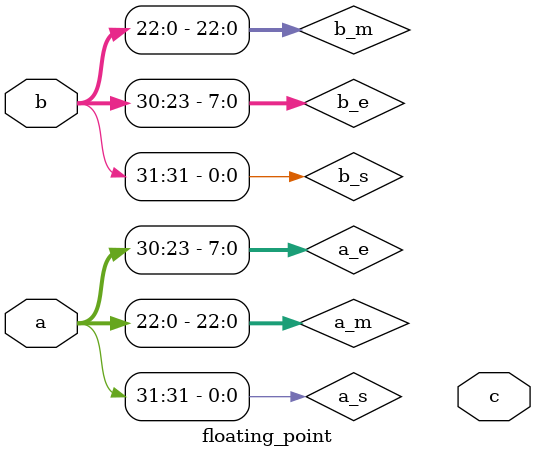
<source format=v>
module floating_point (
    input [31:0] a,
    input [31:0] b,
    output reg [31:0] c
);
    wire a_s, b_s, c_s;
    wire [7:0] a_e, b_e, c_e;
    wire [22:0] a_m, b_m, c_m;

    assign a_s = a[31];
    assign b_s = b[31];
    assign a_e = a[30:23];
    assign b_e = b[30:23]; 
    assign a_m = a[22:0];
    assign b_m = b[22:0];
    
    

endmodule
</source>
